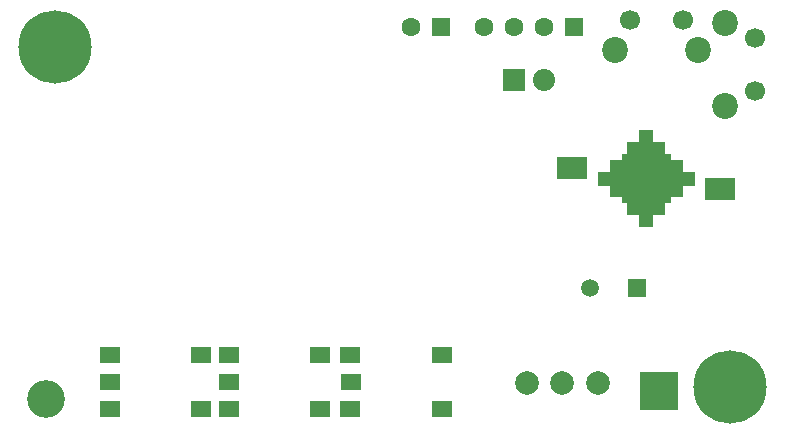
<source format=gbs>
G04 (created by PCBNEW-RS274X (2012-01-19 BZR 3256)-stable) date 24/12/2012 01:38:18*
G01*
G70*
G90*
%MOIN*%
G04 Gerber Fmt 3.4, Leading zero omitted, Abs format*
%FSLAX34Y34*%
G04 APERTURE LIST*
%ADD10C,0.006000*%
%ADD11C,0.078700*%
%ADD12R,0.125900X0.125900*%
%ADD13C,0.125900*%
%ADD14R,0.062900X0.062900*%
%ADD15C,0.062900*%
%ADD16R,0.047200X0.047200*%
%ADD17R,0.098400X0.076700*%
%ADD18R,0.073800X0.073800*%
%ADD19C,0.073800*%
%ADD20C,0.244000*%
%ADD21R,0.059000X0.059000*%
%ADD22C,0.059000*%
%ADD23R,0.070800X0.055000*%
%ADD24C,0.066900*%
%ADD25C,0.086500*%
%ADD26R,0.062800X0.062800*%
%ADD27C,0.062800*%
G04 APERTURE END LIST*
G54D10*
G54D11*
X65050Y-40150D03*
X66231Y-40150D03*
X63869Y-40150D03*
G54D12*
X68262Y-40435D03*
G54D13*
X47850Y-40700D03*
G54D14*
X65450Y-28300D03*
G54D15*
X64450Y-28300D03*
X63450Y-28300D03*
X62450Y-28300D03*
G54D16*
X68047Y-33153D03*
X67653Y-33153D03*
X67653Y-33547D03*
X68047Y-33547D03*
X68441Y-33547D03*
X68441Y-33153D03*
X68441Y-32759D03*
X68047Y-32759D03*
X67653Y-32759D03*
X67259Y-32759D03*
X67259Y-33153D03*
X67259Y-33547D03*
X67259Y-33941D03*
X67653Y-33941D03*
X68047Y-33941D03*
X68441Y-33941D03*
X68834Y-32956D03*
X68834Y-33350D03*
X68834Y-33744D03*
X68244Y-32366D03*
X67850Y-32366D03*
X67456Y-32366D03*
X66866Y-32956D03*
X66866Y-33350D03*
X66866Y-33744D03*
X67456Y-34334D03*
X67850Y-34334D03*
X68244Y-34334D03*
X66472Y-33350D03*
X67850Y-31972D03*
X69228Y-33350D03*
X67850Y-34728D03*
G54D17*
X65389Y-33007D03*
X70311Y-33693D03*
G54D18*
X63450Y-30050D03*
G54D19*
X64450Y-30050D03*
G54D20*
X48150Y-28950D03*
X70650Y-40300D03*
G54D21*
X67537Y-37000D03*
G54D22*
X65963Y-37000D03*
G54D23*
X49960Y-39237D03*
X49960Y-41017D03*
X53000Y-39237D03*
X53000Y-41017D03*
X49964Y-40127D03*
X57988Y-39237D03*
X57988Y-41017D03*
X61028Y-39237D03*
X61028Y-41017D03*
X57992Y-40127D03*
X53940Y-39237D03*
X53940Y-41017D03*
X56980Y-39237D03*
X56980Y-41017D03*
X53944Y-40127D03*
G54D24*
X71469Y-28664D03*
X71469Y-30436D03*
G54D25*
X70485Y-28172D03*
X70485Y-30928D03*
G54D24*
X67314Y-28081D03*
X69086Y-28081D03*
G54D25*
X66822Y-29065D03*
X69578Y-29065D03*
G54D26*
X61000Y-28300D03*
G54D27*
X60000Y-28300D03*
M02*

</source>
